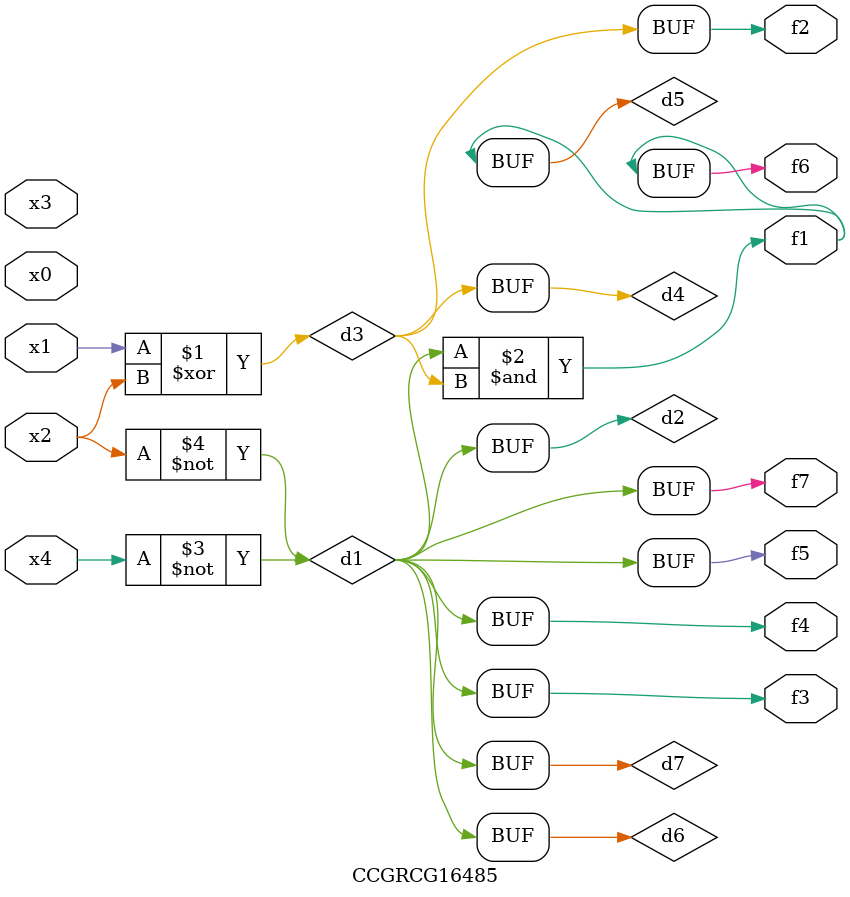
<source format=v>
module CCGRCG16485(
	input x0, x1, x2, x3, x4,
	output f1, f2, f3, f4, f5, f6, f7
);

	wire d1, d2, d3, d4, d5, d6, d7;

	not (d1, x4);
	not (d2, x2);
	xor (d3, x1, x2);
	buf (d4, d3);
	and (d5, d1, d3);
	buf (d6, d1, d2);
	buf (d7, d2);
	assign f1 = d5;
	assign f2 = d4;
	assign f3 = d7;
	assign f4 = d7;
	assign f5 = d7;
	assign f6 = d5;
	assign f7 = d7;
endmodule

</source>
